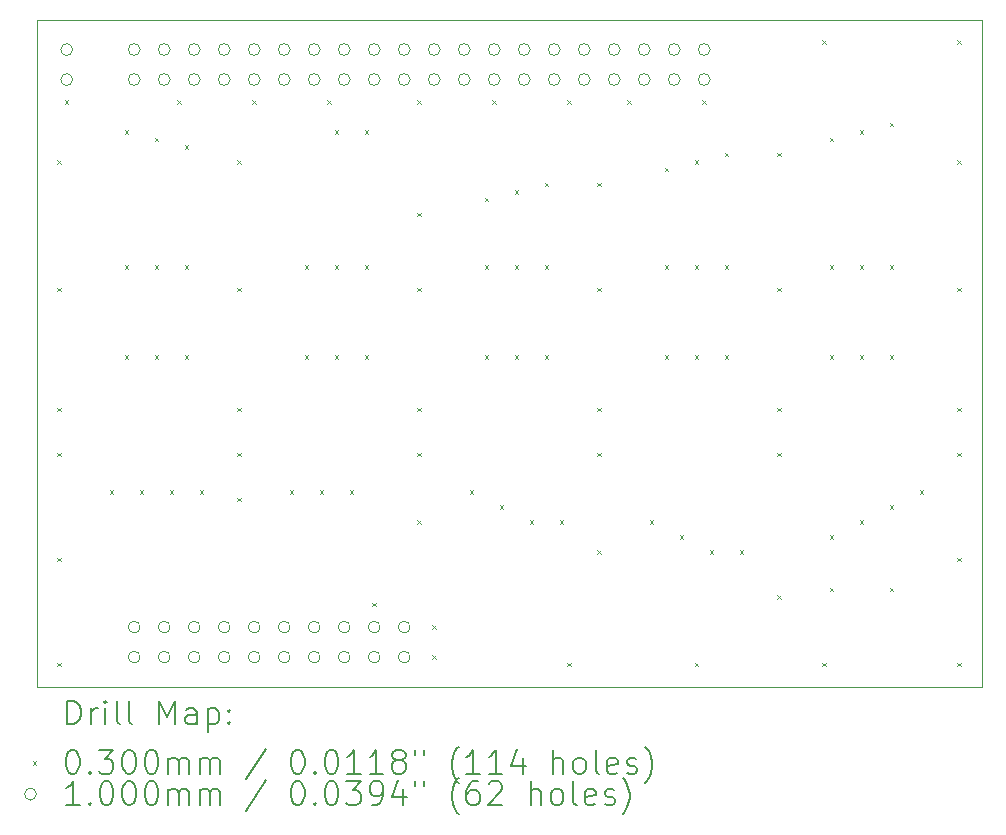
<source format=gbr>
%TF.GenerationSoftware,KiCad,Pcbnew,9.0.0*%
%TF.CreationDate,2025-03-06T11:49:14+09:00*%
%TF.ProjectId,ufb_hat,7566625f-6861-4742-9e6b-696361645f70,rev?*%
%TF.SameCoordinates,PX2fd7508PY6486dd0*%
%TF.FileFunction,Drillmap*%
%TF.FilePolarity,Positive*%
%FSLAX45Y45*%
G04 Gerber Fmt 4.5, Leading zero omitted, Abs format (unit mm)*
G04 Created by KiCad (PCBNEW 9.0.0) date 2025-03-06 11:49:14*
%MOMM*%
%LPD*%
G01*
G04 APERTURE LIST*
%ADD10C,0.050000*%
%ADD11C,0.200000*%
%ADD12C,0.100000*%
G04 APERTURE END LIST*
D10*
X0Y5650000D02*
X8000000Y5650000D01*
X8000000Y0D01*
X0Y0D01*
X0Y5650000D01*
D11*
D12*
X175500Y4460000D02*
X205500Y4430000D01*
X205500Y4460000D02*
X175500Y4430000D01*
X175500Y3380500D02*
X205500Y3350500D01*
X205500Y3380500D02*
X175500Y3350500D01*
X175500Y2364500D02*
X205500Y2334500D01*
X205500Y2364500D02*
X175500Y2334500D01*
X175500Y1983500D02*
X205500Y1953500D01*
X205500Y1983500D02*
X175500Y1953500D01*
X175500Y1094500D02*
X205500Y1064500D01*
X205500Y1094500D02*
X175500Y1064500D01*
X175500Y205500D02*
X205500Y175500D01*
X205500Y205500D02*
X175500Y175500D01*
X239000Y4968000D02*
X269000Y4938000D01*
X269000Y4968000D02*
X239000Y4938000D01*
X620000Y1666000D02*
X650000Y1636000D01*
X650000Y1666000D02*
X620000Y1636000D01*
X747000Y4714000D02*
X777000Y4684000D01*
X777000Y4714000D02*
X747000Y4684000D01*
X747000Y3571000D02*
X777000Y3541000D01*
X777000Y3571000D02*
X747000Y3541000D01*
X747000Y2809000D02*
X777000Y2779000D01*
X777000Y2809000D02*
X747000Y2779000D01*
X874000Y1666000D02*
X904000Y1636000D01*
X904000Y1666000D02*
X874000Y1636000D01*
X1001000Y4650500D02*
X1031000Y4620500D01*
X1031000Y4650500D02*
X1001000Y4620500D01*
X1001000Y3571000D02*
X1031000Y3541000D01*
X1031000Y3571000D02*
X1001000Y3541000D01*
X1001000Y2809000D02*
X1031000Y2779000D01*
X1031000Y2809000D02*
X1001000Y2779000D01*
X1128000Y1666000D02*
X1158000Y1636000D01*
X1158000Y1666000D02*
X1128000Y1636000D01*
X1191500Y4968000D02*
X1221500Y4938000D01*
X1221500Y4968000D02*
X1191500Y4938000D01*
X1255000Y4587000D02*
X1285000Y4557000D01*
X1285000Y4587000D02*
X1255000Y4557000D01*
X1255000Y3571000D02*
X1285000Y3541000D01*
X1285000Y3571000D02*
X1255000Y3541000D01*
X1255000Y2809000D02*
X1285000Y2779000D01*
X1285000Y2809000D02*
X1255000Y2779000D01*
X1382000Y1666000D02*
X1412000Y1636000D01*
X1412000Y1666000D02*
X1382000Y1636000D01*
X1699500Y4460000D02*
X1729500Y4430000D01*
X1729500Y4460000D02*
X1699500Y4430000D01*
X1699500Y3380500D02*
X1729500Y3350500D01*
X1729500Y3380500D02*
X1699500Y3350500D01*
X1699500Y2364500D02*
X1729500Y2334500D01*
X1729500Y2364500D02*
X1699500Y2334500D01*
X1699500Y1983500D02*
X1729500Y1953500D01*
X1729500Y1983500D02*
X1699500Y1953500D01*
X1699500Y1602500D02*
X1729500Y1572500D01*
X1729500Y1602500D02*
X1699500Y1572500D01*
X1826500Y4968000D02*
X1856500Y4938000D01*
X1856500Y4968000D02*
X1826500Y4938000D01*
X2144000Y1666000D02*
X2174000Y1636000D01*
X2174000Y1666000D02*
X2144000Y1636000D01*
X2271000Y3571000D02*
X2301000Y3541000D01*
X2301000Y3571000D02*
X2271000Y3541000D01*
X2271000Y2809000D02*
X2301000Y2779000D01*
X2301000Y2809000D02*
X2271000Y2779000D01*
X2398000Y1666000D02*
X2428000Y1636000D01*
X2428000Y1666000D02*
X2398000Y1636000D01*
X2461500Y4968000D02*
X2491500Y4938000D01*
X2491500Y4968000D02*
X2461500Y4938000D01*
X2525000Y4714000D02*
X2555000Y4684000D01*
X2555000Y4714000D02*
X2525000Y4684000D01*
X2525000Y3571000D02*
X2555000Y3541000D01*
X2555000Y3571000D02*
X2525000Y3541000D01*
X2525000Y2809000D02*
X2555000Y2779000D01*
X2555000Y2809000D02*
X2525000Y2779000D01*
X2652000Y1666000D02*
X2682000Y1636000D01*
X2682000Y1666000D02*
X2652000Y1636000D01*
X2779000Y4714000D02*
X2809000Y4684000D01*
X2809000Y4714000D02*
X2779000Y4684000D01*
X2779000Y3571000D02*
X2809000Y3541000D01*
X2809000Y3571000D02*
X2779000Y3541000D01*
X2779000Y2809000D02*
X2809000Y2779000D01*
X2809000Y2809000D02*
X2779000Y2779000D01*
X2842500Y713500D02*
X2872500Y683500D01*
X2872500Y713500D02*
X2842500Y683500D01*
X3223500Y4968000D02*
X3253500Y4938000D01*
X3253500Y4968000D02*
X3223500Y4938000D01*
X3223500Y4015500D02*
X3253500Y3985500D01*
X3253500Y4015500D02*
X3223500Y3985500D01*
X3223500Y3380500D02*
X3253500Y3350500D01*
X3253500Y3380500D02*
X3223500Y3350500D01*
X3223500Y2364500D02*
X3253500Y2334500D01*
X3253500Y2364500D02*
X3223500Y2334500D01*
X3223500Y1983500D02*
X3253500Y1953500D01*
X3253500Y1983500D02*
X3223500Y1953500D01*
X3223500Y1412000D02*
X3253500Y1382000D01*
X3253500Y1412000D02*
X3223500Y1382000D01*
X3350500Y523000D02*
X3380500Y493000D01*
X3380500Y523000D02*
X3350500Y493000D01*
X3350500Y269000D02*
X3380500Y239000D01*
X3380500Y269000D02*
X3350500Y239000D01*
X3668000Y1666000D02*
X3698000Y1636000D01*
X3698000Y1666000D02*
X3668000Y1636000D01*
X3795000Y4142500D02*
X3825000Y4112500D01*
X3825000Y4142500D02*
X3795000Y4112500D01*
X3795000Y3571000D02*
X3825000Y3541000D01*
X3825000Y3571000D02*
X3795000Y3541000D01*
X3795000Y2809000D02*
X3825000Y2779000D01*
X3825000Y2809000D02*
X3795000Y2779000D01*
X3858500Y4968000D02*
X3888500Y4938000D01*
X3888500Y4968000D02*
X3858500Y4938000D01*
X3922000Y1539000D02*
X3952000Y1509000D01*
X3952000Y1539000D02*
X3922000Y1509000D01*
X4049000Y4206000D02*
X4079000Y4176000D01*
X4079000Y4206000D02*
X4049000Y4176000D01*
X4049000Y3571000D02*
X4079000Y3541000D01*
X4079000Y3571000D02*
X4049000Y3541000D01*
X4049000Y2809000D02*
X4079000Y2779000D01*
X4079000Y2809000D02*
X4049000Y2779000D01*
X4176000Y1412000D02*
X4206000Y1382000D01*
X4206000Y1412000D02*
X4176000Y1382000D01*
X4303000Y4269500D02*
X4333000Y4239500D01*
X4333000Y4269500D02*
X4303000Y4239500D01*
X4303000Y3571000D02*
X4333000Y3541000D01*
X4333000Y3571000D02*
X4303000Y3541000D01*
X4303000Y2809000D02*
X4333000Y2779000D01*
X4333000Y2809000D02*
X4303000Y2779000D01*
X4430000Y1412000D02*
X4460000Y1382000D01*
X4460000Y1412000D02*
X4430000Y1382000D01*
X4493500Y4968000D02*
X4523500Y4938000D01*
X4523500Y4968000D02*
X4493500Y4938000D01*
X4493500Y205500D02*
X4523500Y175500D01*
X4523500Y205500D02*
X4493500Y175500D01*
X4747500Y4269500D02*
X4777500Y4239500D01*
X4777500Y4269500D02*
X4747500Y4239500D01*
X4747500Y3380500D02*
X4777500Y3350500D01*
X4777500Y3380500D02*
X4747500Y3350500D01*
X4747500Y2364500D02*
X4777500Y2334500D01*
X4777500Y2364500D02*
X4747500Y2334500D01*
X4747500Y1983500D02*
X4777500Y1953500D01*
X4777500Y1983500D02*
X4747500Y1953500D01*
X4747500Y1158000D02*
X4777500Y1128000D01*
X4777500Y1158000D02*
X4747500Y1128000D01*
X5001500Y4968000D02*
X5031500Y4938000D01*
X5031500Y4968000D02*
X5001500Y4938000D01*
X5192000Y1412000D02*
X5222000Y1382000D01*
X5222000Y1412000D02*
X5192000Y1382000D01*
X5319000Y4396500D02*
X5349000Y4366500D01*
X5349000Y4396500D02*
X5319000Y4366500D01*
X5319000Y3571000D02*
X5349000Y3541000D01*
X5349000Y3571000D02*
X5319000Y3541000D01*
X5319000Y2809000D02*
X5349000Y2779000D01*
X5349000Y2809000D02*
X5319000Y2779000D01*
X5446000Y1285000D02*
X5476000Y1255000D01*
X5476000Y1285000D02*
X5446000Y1255000D01*
X5573000Y4460000D02*
X5603000Y4430000D01*
X5603000Y4460000D02*
X5573000Y4430000D01*
X5573000Y3571000D02*
X5603000Y3541000D01*
X5603000Y3571000D02*
X5573000Y3541000D01*
X5573000Y2809000D02*
X5603000Y2779000D01*
X5603000Y2809000D02*
X5573000Y2779000D01*
X5573000Y205500D02*
X5603000Y175500D01*
X5603000Y205500D02*
X5573000Y175500D01*
X5636500Y4968000D02*
X5666500Y4938000D01*
X5666500Y4968000D02*
X5636500Y4938000D01*
X5700000Y1158000D02*
X5730000Y1128000D01*
X5730000Y1158000D02*
X5700000Y1128000D01*
X5827000Y4523500D02*
X5857000Y4493500D01*
X5857000Y4523500D02*
X5827000Y4493500D01*
X5827000Y3571000D02*
X5857000Y3541000D01*
X5857000Y3571000D02*
X5827000Y3541000D01*
X5827000Y2809000D02*
X5857000Y2779000D01*
X5857000Y2809000D02*
X5827000Y2779000D01*
X5954000Y1158000D02*
X5984000Y1128000D01*
X5984000Y1158000D02*
X5954000Y1128000D01*
X6271500Y4523500D02*
X6301500Y4493500D01*
X6301500Y4523500D02*
X6271500Y4493500D01*
X6271500Y3380500D02*
X6301500Y3350500D01*
X6301500Y3380500D02*
X6271500Y3350500D01*
X6271500Y2364500D02*
X6301500Y2334500D01*
X6301500Y2364500D02*
X6271500Y2334500D01*
X6271500Y1983500D02*
X6301500Y1953500D01*
X6301500Y1983500D02*
X6271500Y1953500D01*
X6271500Y777000D02*
X6301500Y747000D01*
X6301500Y777000D02*
X6271500Y747000D01*
X6652500Y5476000D02*
X6682500Y5446000D01*
X6682500Y5476000D02*
X6652500Y5446000D01*
X6652500Y205500D02*
X6682500Y175500D01*
X6682500Y205500D02*
X6652500Y175500D01*
X6716000Y4650500D02*
X6746000Y4620500D01*
X6746000Y4650500D02*
X6716000Y4620500D01*
X6716000Y3571000D02*
X6746000Y3541000D01*
X6746000Y3571000D02*
X6716000Y3541000D01*
X6716000Y2809000D02*
X6746000Y2779000D01*
X6746000Y2809000D02*
X6716000Y2779000D01*
X6716000Y1285000D02*
X6746000Y1255000D01*
X6746000Y1285000D02*
X6716000Y1255000D01*
X6716000Y840500D02*
X6746000Y810500D01*
X6746000Y840500D02*
X6716000Y810500D01*
X6970000Y4714000D02*
X7000000Y4684000D01*
X7000000Y4714000D02*
X6970000Y4684000D01*
X6970000Y3571000D02*
X7000000Y3541000D01*
X7000000Y3571000D02*
X6970000Y3541000D01*
X6970000Y2809000D02*
X7000000Y2779000D01*
X7000000Y2809000D02*
X6970000Y2779000D01*
X6970000Y1412000D02*
X7000000Y1382000D01*
X7000000Y1412000D02*
X6970000Y1382000D01*
X7224000Y4777500D02*
X7254000Y4747500D01*
X7254000Y4777500D02*
X7224000Y4747500D01*
X7224000Y3571000D02*
X7254000Y3541000D01*
X7254000Y3571000D02*
X7224000Y3541000D01*
X7224000Y2809000D02*
X7254000Y2779000D01*
X7254000Y2809000D02*
X7224000Y2779000D01*
X7224000Y1539000D02*
X7254000Y1509000D01*
X7254000Y1539000D02*
X7224000Y1509000D01*
X7224000Y840500D02*
X7254000Y810500D01*
X7254000Y840500D02*
X7224000Y810500D01*
X7478000Y1666000D02*
X7508000Y1636000D01*
X7508000Y1666000D02*
X7478000Y1636000D01*
X7795500Y5476000D02*
X7825500Y5446000D01*
X7825500Y5476000D02*
X7795500Y5446000D01*
X7795500Y4460000D02*
X7825500Y4430000D01*
X7825500Y4460000D02*
X7795500Y4430000D01*
X7795500Y3380500D02*
X7825500Y3350500D01*
X7825500Y3380500D02*
X7795500Y3350500D01*
X7795500Y2364500D02*
X7825500Y2334500D01*
X7825500Y2364500D02*
X7795500Y2334500D01*
X7795500Y1983500D02*
X7825500Y1953500D01*
X7825500Y1983500D02*
X7795500Y1953500D01*
X7795500Y1094500D02*
X7825500Y1064500D01*
X7825500Y1094500D02*
X7795500Y1064500D01*
X7795500Y205500D02*
X7825500Y175500D01*
X7825500Y205500D02*
X7795500Y175500D01*
X304000Y5397500D02*
G75*
G02*
X204000Y5397500I-50000J0D01*
G01*
X204000Y5397500D02*
G75*
G02*
X304000Y5397500I50000J0D01*
G01*
X304000Y5143500D02*
G75*
G02*
X204000Y5143500I-50000J0D01*
G01*
X204000Y5143500D02*
G75*
G02*
X304000Y5143500I50000J0D01*
G01*
X875500Y5397500D02*
G75*
G02*
X775500Y5397500I-50000J0D01*
G01*
X775500Y5397500D02*
G75*
G02*
X875500Y5397500I50000J0D01*
G01*
X875500Y5143500D02*
G75*
G02*
X775500Y5143500I-50000J0D01*
G01*
X775500Y5143500D02*
G75*
G02*
X875500Y5143500I50000J0D01*
G01*
X875500Y508000D02*
G75*
G02*
X775500Y508000I-50000J0D01*
G01*
X775500Y508000D02*
G75*
G02*
X875500Y508000I50000J0D01*
G01*
X875500Y254000D02*
G75*
G02*
X775500Y254000I-50000J0D01*
G01*
X775500Y254000D02*
G75*
G02*
X875500Y254000I50000J0D01*
G01*
X1129500Y5397500D02*
G75*
G02*
X1029500Y5397500I-50000J0D01*
G01*
X1029500Y5397500D02*
G75*
G02*
X1129500Y5397500I50000J0D01*
G01*
X1129500Y5143500D02*
G75*
G02*
X1029500Y5143500I-50000J0D01*
G01*
X1029500Y5143500D02*
G75*
G02*
X1129500Y5143500I50000J0D01*
G01*
X1129500Y508000D02*
G75*
G02*
X1029500Y508000I-50000J0D01*
G01*
X1029500Y508000D02*
G75*
G02*
X1129500Y508000I50000J0D01*
G01*
X1129500Y254000D02*
G75*
G02*
X1029500Y254000I-50000J0D01*
G01*
X1029500Y254000D02*
G75*
G02*
X1129500Y254000I50000J0D01*
G01*
X1383500Y5397500D02*
G75*
G02*
X1283500Y5397500I-50000J0D01*
G01*
X1283500Y5397500D02*
G75*
G02*
X1383500Y5397500I50000J0D01*
G01*
X1383500Y5143500D02*
G75*
G02*
X1283500Y5143500I-50000J0D01*
G01*
X1283500Y5143500D02*
G75*
G02*
X1383500Y5143500I50000J0D01*
G01*
X1383500Y508000D02*
G75*
G02*
X1283500Y508000I-50000J0D01*
G01*
X1283500Y508000D02*
G75*
G02*
X1383500Y508000I50000J0D01*
G01*
X1383500Y254000D02*
G75*
G02*
X1283500Y254000I-50000J0D01*
G01*
X1283500Y254000D02*
G75*
G02*
X1383500Y254000I50000J0D01*
G01*
X1637500Y5397500D02*
G75*
G02*
X1537500Y5397500I-50000J0D01*
G01*
X1537500Y5397500D02*
G75*
G02*
X1637500Y5397500I50000J0D01*
G01*
X1637500Y5143500D02*
G75*
G02*
X1537500Y5143500I-50000J0D01*
G01*
X1537500Y5143500D02*
G75*
G02*
X1637500Y5143500I50000J0D01*
G01*
X1637500Y508000D02*
G75*
G02*
X1537500Y508000I-50000J0D01*
G01*
X1537500Y508000D02*
G75*
G02*
X1637500Y508000I50000J0D01*
G01*
X1637500Y254000D02*
G75*
G02*
X1537500Y254000I-50000J0D01*
G01*
X1537500Y254000D02*
G75*
G02*
X1637500Y254000I50000J0D01*
G01*
X1891500Y5397500D02*
G75*
G02*
X1791500Y5397500I-50000J0D01*
G01*
X1791500Y5397500D02*
G75*
G02*
X1891500Y5397500I50000J0D01*
G01*
X1891500Y5143500D02*
G75*
G02*
X1791500Y5143500I-50000J0D01*
G01*
X1791500Y5143500D02*
G75*
G02*
X1891500Y5143500I50000J0D01*
G01*
X1891500Y508000D02*
G75*
G02*
X1791500Y508000I-50000J0D01*
G01*
X1791500Y508000D02*
G75*
G02*
X1891500Y508000I50000J0D01*
G01*
X1891500Y254000D02*
G75*
G02*
X1791500Y254000I-50000J0D01*
G01*
X1791500Y254000D02*
G75*
G02*
X1891500Y254000I50000J0D01*
G01*
X2145500Y5397500D02*
G75*
G02*
X2045500Y5397500I-50000J0D01*
G01*
X2045500Y5397500D02*
G75*
G02*
X2145500Y5397500I50000J0D01*
G01*
X2145500Y5143500D02*
G75*
G02*
X2045500Y5143500I-50000J0D01*
G01*
X2045500Y5143500D02*
G75*
G02*
X2145500Y5143500I50000J0D01*
G01*
X2145500Y508000D02*
G75*
G02*
X2045500Y508000I-50000J0D01*
G01*
X2045500Y508000D02*
G75*
G02*
X2145500Y508000I50000J0D01*
G01*
X2145500Y254000D02*
G75*
G02*
X2045500Y254000I-50000J0D01*
G01*
X2045500Y254000D02*
G75*
G02*
X2145500Y254000I50000J0D01*
G01*
X2399500Y5397500D02*
G75*
G02*
X2299500Y5397500I-50000J0D01*
G01*
X2299500Y5397500D02*
G75*
G02*
X2399500Y5397500I50000J0D01*
G01*
X2399500Y5143500D02*
G75*
G02*
X2299500Y5143500I-50000J0D01*
G01*
X2299500Y5143500D02*
G75*
G02*
X2399500Y5143500I50000J0D01*
G01*
X2399500Y508000D02*
G75*
G02*
X2299500Y508000I-50000J0D01*
G01*
X2299500Y508000D02*
G75*
G02*
X2399500Y508000I50000J0D01*
G01*
X2399500Y254000D02*
G75*
G02*
X2299500Y254000I-50000J0D01*
G01*
X2299500Y254000D02*
G75*
G02*
X2399500Y254000I50000J0D01*
G01*
X2653500Y5397500D02*
G75*
G02*
X2553500Y5397500I-50000J0D01*
G01*
X2553500Y5397500D02*
G75*
G02*
X2653500Y5397500I50000J0D01*
G01*
X2653500Y5143500D02*
G75*
G02*
X2553500Y5143500I-50000J0D01*
G01*
X2553500Y5143500D02*
G75*
G02*
X2653500Y5143500I50000J0D01*
G01*
X2653500Y508000D02*
G75*
G02*
X2553500Y508000I-50000J0D01*
G01*
X2553500Y508000D02*
G75*
G02*
X2653500Y508000I50000J0D01*
G01*
X2653500Y254000D02*
G75*
G02*
X2553500Y254000I-50000J0D01*
G01*
X2553500Y254000D02*
G75*
G02*
X2653500Y254000I50000J0D01*
G01*
X2907500Y5397500D02*
G75*
G02*
X2807500Y5397500I-50000J0D01*
G01*
X2807500Y5397500D02*
G75*
G02*
X2907500Y5397500I50000J0D01*
G01*
X2907500Y5143500D02*
G75*
G02*
X2807500Y5143500I-50000J0D01*
G01*
X2807500Y5143500D02*
G75*
G02*
X2907500Y5143500I50000J0D01*
G01*
X2907500Y508000D02*
G75*
G02*
X2807500Y508000I-50000J0D01*
G01*
X2807500Y508000D02*
G75*
G02*
X2907500Y508000I50000J0D01*
G01*
X2907500Y254000D02*
G75*
G02*
X2807500Y254000I-50000J0D01*
G01*
X2807500Y254000D02*
G75*
G02*
X2907500Y254000I50000J0D01*
G01*
X3161500Y5397500D02*
G75*
G02*
X3061500Y5397500I-50000J0D01*
G01*
X3061500Y5397500D02*
G75*
G02*
X3161500Y5397500I50000J0D01*
G01*
X3161500Y5143500D02*
G75*
G02*
X3061500Y5143500I-50000J0D01*
G01*
X3061500Y5143500D02*
G75*
G02*
X3161500Y5143500I50000J0D01*
G01*
X3161500Y508000D02*
G75*
G02*
X3061500Y508000I-50000J0D01*
G01*
X3061500Y508000D02*
G75*
G02*
X3161500Y508000I50000J0D01*
G01*
X3161500Y254000D02*
G75*
G02*
X3061500Y254000I-50000J0D01*
G01*
X3061500Y254000D02*
G75*
G02*
X3161500Y254000I50000J0D01*
G01*
X3415500Y5397500D02*
G75*
G02*
X3315500Y5397500I-50000J0D01*
G01*
X3315500Y5397500D02*
G75*
G02*
X3415500Y5397500I50000J0D01*
G01*
X3415500Y5143500D02*
G75*
G02*
X3315500Y5143500I-50000J0D01*
G01*
X3315500Y5143500D02*
G75*
G02*
X3415500Y5143500I50000J0D01*
G01*
X3669500Y5397500D02*
G75*
G02*
X3569500Y5397500I-50000J0D01*
G01*
X3569500Y5397500D02*
G75*
G02*
X3669500Y5397500I50000J0D01*
G01*
X3669500Y5143500D02*
G75*
G02*
X3569500Y5143500I-50000J0D01*
G01*
X3569500Y5143500D02*
G75*
G02*
X3669500Y5143500I50000J0D01*
G01*
X3923500Y5397500D02*
G75*
G02*
X3823500Y5397500I-50000J0D01*
G01*
X3823500Y5397500D02*
G75*
G02*
X3923500Y5397500I50000J0D01*
G01*
X3923500Y5143500D02*
G75*
G02*
X3823500Y5143500I-50000J0D01*
G01*
X3823500Y5143500D02*
G75*
G02*
X3923500Y5143500I50000J0D01*
G01*
X4177500Y5397500D02*
G75*
G02*
X4077500Y5397500I-50000J0D01*
G01*
X4077500Y5397500D02*
G75*
G02*
X4177500Y5397500I50000J0D01*
G01*
X4177500Y5143500D02*
G75*
G02*
X4077500Y5143500I-50000J0D01*
G01*
X4077500Y5143500D02*
G75*
G02*
X4177500Y5143500I50000J0D01*
G01*
X4431500Y5397500D02*
G75*
G02*
X4331500Y5397500I-50000J0D01*
G01*
X4331500Y5397500D02*
G75*
G02*
X4431500Y5397500I50000J0D01*
G01*
X4431500Y5143500D02*
G75*
G02*
X4331500Y5143500I-50000J0D01*
G01*
X4331500Y5143500D02*
G75*
G02*
X4431500Y5143500I50000J0D01*
G01*
X4685500Y5397500D02*
G75*
G02*
X4585500Y5397500I-50000J0D01*
G01*
X4585500Y5397500D02*
G75*
G02*
X4685500Y5397500I50000J0D01*
G01*
X4685500Y5143500D02*
G75*
G02*
X4585500Y5143500I-50000J0D01*
G01*
X4585500Y5143500D02*
G75*
G02*
X4685500Y5143500I50000J0D01*
G01*
X4939500Y5397500D02*
G75*
G02*
X4839500Y5397500I-50000J0D01*
G01*
X4839500Y5397500D02*
G75*
G02*
X4939500Y5397500I50000J0D01*
G01*
X4939500Y5143500D02*
G75*
G02*
X4839500Y5143500I-50000J0D01*
G01*
X4839500Y5143500D02*
G75*
G02*
X4939500Y5143500I50000J0D01*
G01*
X5193500Y5397500D02*
G75*
G02*
X5093500Y5397500I-50000J0D01*
G01*
X5093500Y5397500D02*
G75*
G02*
X5193500Y5397500I50000J0D01*
G01*
X5193500Y5143500D02*
G75*
G02*
X5093500Y5143500I-50000J0D01*
G01*
X5093500Y5143500D02*
G75*
G02*
X5193500Y5143500I50000J0D01*
G01*
X5447500Y5397500D02*
G75*
G02*
X5347500Y5397500I-50000J0D01*
G01*
X5347500Y5397500D02*
G75*
G02*
X5447500Y5397500I50000J0D01*
G01*
X5447500Y5143500D02*
G75*
G02*
X5347500Y5143500I-50000J0D01*
G01*
X5347500Y5143500D02*
G75*
G02*
X5447500Y5143500I50000J0D01*
G01*
X5701500Y5397500D02*
G75*
G02*
X5601500Y5397500I-50000J0D01*
G01*
X5601500Y5397500D02*
G75*
G02*
X5701500Y5397500I50000J0D01*
G01*
X5701500Y5143500D02*
G75*
G02*
X5601500Y5143500I-50000J0D01*
G01*
X5601500Y5143500D02*
G75*
G02*
X5701500Y5143500I50000J0D01*
G01*
D11*
X258277Y-313984D02*
X258277Y-113984D01*
X258277Y-113984D02*
X305896Y-113984D01*
X305896Y-113984D02*
X334467Y-123508D01*
X334467Y-123508D02*
X353515Y-142555D01*
X353515Y-142555D02*
X363039Y-161603D01*
X363039Y-161603D02*
X372562Y-199698D01*
X372562Y-199698D02*
X372562Y-228269D01*
X372562Y-228269D02*
X363039Y-266365D01*
X363039Y-266365D02*
X353515Y-285412D01*
X353515Y-285412D02*
X334467Y-304460D01*
X334467Y-304460D02*
X305896Y-313984D01*
X305896Y-313984D02*
X258277Y-313984D01*
X458277Y-313984D02*
X458277Y-180650D01*
X458277Y-218746D02*
X467801Y-199698D01*
X467801Y-199698D02*
X477324Y-190174D01*
X477324Y-190174D02*
X496372Y-180650D01*
X496372Y-180650D02*
X515420Y-180650D01*
X582086Y-313984D02*
X582086Y-180650D01*
X582086Y-113984D02*
X572563Y-123508D01*
X572563Y-123508D02*
X582086Y-133031D01*
X582086Y-133031D02*
X591610Y-123508D01*
X591610Y-123508D02*
X582086Y-113984D01*
X582086Y-113984D02*
X582086Y-133031D01*
X705896Y-313984D02*
X686848Y-304460D01*
X686848Y-304460D02*
X677324Y-285412D01*
X677324Y-285412D02*
X677324Y-113984D01*
X810658Y-313984D02*
X791610Y-304460D01*
X791610Y-304460D02*
X782086Y-285412D01*
X782086Y-285412D02*
X782086Y-113984D01*
X1039229Y-313984D02*
X1039229Y-113984D01*
X1039229Y-113984D02*
X1105896Y-256841D01*
X1105896Y-256841D02*
X1172563Y-113984D01*
X1172563Y-113984D02*
X1172563Y-313984D01*
X1353515Y-313984D02*
X1353515Y-209222D01*
X1353515Y-209222D02*
X1343991Y-190174D01*
X1343991Y-190174D02*
X1324944Y-180650D01*
X1324944Y-180650D02*
X1286848Y-180650D01*
X1286848Y-180650D02*
X1267801Y-190174D01*
X1353515Y-304460D02*
X1334467Y-313984D01*
X1334467Y-313984D02*
X1286848Y-313984D01*
X1286848Y-313984D02*
X1267801Y-304460D01*
X1267801Y-304460D02*
X1258277Y-285412D01*
X1258277Y-285412D02*
X1258277Y-266365D01*
X1258277Y-266365D02*
X1267801Y-247317D01*
X1267801Y-247317D02*
X1286848Y-237793D01*
X1286848Y-237793D02*
X1334467Y-237793D01*
X1334467Y-237793D02*
X1353515Y-228269D01*
X1448753Y-180650D02*
X1448753Y-380650D01*
X1448753Y-190174D02*
X1467801Y-180650D01*
X1467801Y-180650D02*
X1505896Y-180650D01*
X1505896Y-180650D02*
X1524943Y-190174D01*
X1524943Y-190174D02*
X1534467Y-199698D01*
X1534467Y-199698D02*
X1543991Y-218746D01*
X1543991Y-218746D02*
X1543991Y-275889D01*
X1543991Y-275889D02*
X1534467Y-294936D01*
X1534467Y-294936D02*
X1524943Y-304460D01*
X1524943Y-304460D02*
X1505896Y-313984D01*
X1505896Y-313984D02*
X1467801Y-313984D01*
X1467801Y-313984D02*
X1448753Y-304460D01*
X1629705Y-294936D02*
X1639229Y-304460D01*
X1639229Y-304460D02*
X1629705Y-313984D01*
X1629705Y-313984D02*
X1620182Y-304460D01*
X1620182Y-304460D02*
X1629705Y-294936D01*
X1629705Y-294936D02*
X1629705Y-313984D01*
X1629705Y-190174D02*
X1639229Y-199698D01*
X1639229Y-199698D02*
X1629705Y-209222D01*
X1629705Y-209222D02*
X1620182Y-199698D01*
X1620182Y-199698D02*
X1629705Y-190174D01*
X1629705Y-190174D02*
X1629705Y-209222D01*
D12*
X-32500Y-627500D02*
X-2500Y-657500D01*
X-2500Y-627500D02*
X-32500Y-657500D01*
D11*
X296372Y-533984D02*
X315420Y-533984D01*
X315420Y-533984D02*
X334467Y-543508D01*
X334467Y-543508D02*
X343991Y-553031D01*
X343991Y-553031D02*
X353515Y-572079D01*
X353515Y-572079D02*
X363039Y-610174D01*
X363039Y-610174D02*
X363039Y-657793D01*
X363039Y-657793D02*
X353515Y-695889D01*
X353515Y-695889D02*
X343991Y-714936D01*
X343991Y-714936D02*
X334467Y-724460D01*
X334467Y-724460D02*
X315420Y-733984D01*
X315420Y-733984D02*
X296372Y-733984D01*
X296372Y-733984D02*
X277324Y-724460D01*
X277324Y-724460D02*
X267801Y-714936D01*
X267801Y-714936D02*
X258277Y-695889D01*
X258277Y-695889D02*
X248753Y-657793D01*
X248753Y-657793D02*
X248753Y-610174D01*
X248753Y-610174D02*
X258277Y-572079D01*
X258277Y-572079D02*
X267801Y-553031D01*
X267801Y-553031D02*
X277324Y-543508D01*
X277324Y-543508D02*
X296372Y-533984D01*
X448753Y-714936D02*
X458277Y-724460D01*
X458277Y-724460D02*
X448753Y-733984D01*
X448753Y-733984D02*
X439229Y-724460D01*
X439229Y-724460D02*
X448753Y-714936D01*
X448753Y-714936D02*
X448753Y-733984D01*
X524944Y-533984D02*
X648753Y-533984D01*
X648753Y-533984D02*
X582086Y-610174D01*
X582086Y-610174D02*
X610658Y-610174D01*
X610658Y-610174D02*
X629705Y-619698D01*
X629705Y-619698D02*
X639229Y-629222D01*
X639229Y-629222D02*
X648753Y-648270D01*
X648753Y-648270D02*
X648753Y-695889D01*
X648753Y-695889D02*
X639229Y-714936D01*
X639229Y-714936D02*
X629705Y-724460D01*
X629705Y-724460D02*
X610658Y-733984D01*
X610658Y-733984D02*
X553515Y-733984D01*
X553515Y-733984D02*
X534467Y-724460D01*
X534467Y-724460D02*
X524944Y-714936D01*
X772562Y-533984D02*
X791610Y-533984D01*
X791610Y-533984D02*
X810658Y-543508D01*
X810658Y-543508D02*
X820182Y-553031D01*
X820182Y-553031D02*
X829705Y-572079D01*
X829705Y-572079D02*
X839229Y-610174D01*
X839229Y-610174D02*
X839229Y-657793D01*
X839229Y-657793D02*
X829705Y-695889D01*
X829705Y-695889D02*
X820182Y-714936D01*
X820182Y-714936D02*
X810658Y-724460D01*
X810658Y-724460D02*
X791610Y-733984D01*
X791610Y-733984D02*
X772562Y-733984D01*
X772562Y-733984D02*
X753515Y-724460D01*
X753515Y-724460D02*
X743991Y-714936D01*
X743991Y-714936D02*
X734467Y-695889D01*
X734467Y-695889D02*
X724943Y-657793D01*
X724943Y-657793D02*
X724943Y-610174D01*
X724943Y-610174D02*
X734467Y-572079D01*
X734467Y-572079D02*
X743991Y-553031D01*
X743991Y-553031D02*
X753515Y-543508D01*
X753515Y-543508D02*
X772562Y-533984D01*
X963039Y-533984D02*
X982086Y-533984D01*
X982086Y-533984D02*
X1001134Y-543508D01*
X1001134Y-543508D02*
X1010658Y-553031D01*
X1010658Y-553031D02*
X1020182Y-572079D01*
X1020182Y-572079D02*
X1029705Y-610174D01*
X1029705Y-610174D02*
X1029705Y-657793D01*
X1029705Y-657793D02*
X1020182Y-695889D01*
X1020182Y-695889D02*
X1010658Y-714936D01*
X1010658Y-714936D02*
X1001134Y-724460D01*
X1001134Y-724460D02*
X982086Y-733984D01*
X982086Y-733984D02*
X963039Y-733984D01*
X963039Y-733984D02*
X943991Y-724460D01*
X943991Y-724460D02*
X934467Y-714936D01*
X934467Y-714936D02*
X924943Y-695889D01*
X924943Y-695889D02*
X915420Y-657793D01*
X915420Y-657793D02*
X915420Y-610174D01*
X915420Y-610174D02*
X924943Y-572079D01*
X924943Y-572079D02*
X934467Y-553031D01*
X934467Y-553031D02*
X943991Y-543508D01*
X943991Y-543508D02*
X963039Y-533984D01*
X1115420Y-733984D02*
X1115420Y-600650D01*
X1115420Y-619698D02*
X1124944Y-610174D01*
X1124944Y-610174D02*
X1143991Y-600650D01*
X1143991Y-600650D02*
X1172563Y-600650D01*
X1172563Y-600650D02*
X1191610Y-610174D01*
X1191610Y-610174D02*
X1201134Y-629222D01*
X1201134Y-629222D02*
X1201134Y-733984D01*
X1201134Y-629222D02*
X1210658Y-610174D01*
X1210658Y-610174D02*
X1229705Y-600650D01*
X1229705Y-600650D02*
X1258277Y-600650D01*
X1258277Y-600650D02*
X1277325Y-610174D01*
X1277325Y-610174D02*
X1286848Y-629222D01*
X1286848Y-629222D02*
X1286848Y-733984D01*
X1382086Y-733984D02*
X1382086Y-600650D01*
X1382086Y-619698D02*
X1391610Y-610174D01*
X1391610Y-610174D02*
X1410658Y-600650D01*
X1410658Y-600650D02*
X1439229Y-600650D01*
X1439229Y-600650D02*
X1458277Y-610174D01*
X1458277Y-610174D02*
X1467801Y-629222D01*
X1467801Y-629222D02*
X1467801Y-733984D01*
X1467801Y-629222D02*
X1477324Y-610174D01*
X1477324Y-610174D02*
X1496372Y-600650D01*
X1496372Y-600650D02*
X1524943Y-600650D01*
X1524943Y-600650D02*
X1543991Y-610174D01*
X1543991Y-610174D02*
X1553515Y-629222D01*
X1553515Y-629222D02*
X1553515Y-733984D01*
X1943991Y-524460D02*
X1772563Y-781603D01*
X2201134Y-533984D02*
X2220182Y-533984D01*
X2220182Y-533984D02*
X2239229Y-543508D01*
X2239229Y-543508D02*
X2248753Y-553031D01*
X2248753Y-553031D02*
X2258277Y-572079D01*
X2258277Y-572079D02*
X2267801Y-610174D01*
X2267801Y-610174D02*
X2267801Y-657793D01*
X2267801Y-657793D02*
X2258277Y-695889D01*
X2258277Y-695889D02*
X2248753Y-714936D01*
X2248753Y-714936D02*
X2239229Y-724460D01*
X2239229Y-724460D02*
X2220182Y-733984D01*
X2220182Y-733984D02*
X2201134Y-733984D01*
X2201134Y-733984D02*
X2182087Y-724460D01*
X2182087Y-724460D02*
X2172563Y-714936D01*
X2172563Y-714936D02*
X2163039Y-695889D01*
X2163039Y-695889D02*
X2153515Y-657793D01*
X2153515Y-657793D02*
X2153515Y-610174D01*
X2153515Y-610174D02*
X2163039Y-572079D01*
X2163039Y-572079D02*
X2172563Y-553031D01*
X2172563Y-553031D02*
X2182087Y-543508D01*
X2182087Y-543508D02*
X2201134Y-533984D01*
X2353515Y-714936D02*
X2363039Y-724460D01*
X2363039Y-724460D02*
X2353515Y-733984D01*
X2353515Y-733984D02*
X2343991Y-724460D01*
X2343991Y-724460D02*
X2353515Y-714936D01*
X2353515Y-714936D02*
X2353515Y-733984D01*
X2486848Y-533984D02*
X2505896Y-533984D01*
X2505896Y-533984D02*
X2524944Y-543508D01*
X2524944Y-543508D02*
X2534468Y-553031D01*
X2534468Y-553031D02*
X2543991Y-572079D01*
X2543991Y-572079D02*
X2553515Y-610174D01*
X2553515Y-610174D02*
X2553515Y-657793D01*
X2553515Y-657793D02*
X2543991Y-695889D01*
X2543991Y-695889D02*
X2534468Y-714936D01*
X2534468Y-714936D02*
X2524944Y-724460D01*
X2524944Y-724460D02*
X2505896Y-733984D01*
X2505896Y-733984D02*
X2486848Y-733984D01*
X2486848Y-733984D02*
X2467801Y-724460D01*
X2467801Y-724460D02*
X2458277Y-714936D01*
X2458277Y-714936D02*
X2448753Y-695889D01*
X2448753Y-695889D02*
X2439229Y-657793D01*
X2439229Y-657793D02*
X2439229Y-610174D01*
X2439229Y-610174D02*
X2448753Y-572079D01*
X2448753Y-572079D02*
X2458277Y-553031D01*
X2458277Y-553031D02*
X2467801Y-543508D01*
X2467801Y-543508D02*
X2486848Y-533984D01*
X2743991Y-733984D02*
X2629706Y-733984D01*
X2686848Y-733984D02*
X2686848Y-533984D01*
X2686848Y-533984D02*
X2667801Y-562555D01*
X2667801Y-562555D02*
X2648753Y-581603D01*
X2648753Y-581603D02*
X2629706Y-591127D01*
X2934467Y-733984D02*
X2820182Y-733984D01*
X2877325Y-733984D02*
X2877325Y-533984D01*
X2877325Y-533984D02*
X2858277Y-562555D01*
X2858277Y-562555D02*
X2839229Y-581603D01*
X2839229Y-581603D02*
X2820182Y-591127D01*
X3048753Y-619698D02*
X3029706Y-610174D01*
X3029706Y-610174D02*
X3020182Y-600650D01*
X3020182Y-600650D02*
X3010658Y-581603D01*
X3010658Y-581603D02*
X3010658Y-572079D01*
X3010658Y-572079D02*
X3020182Y-553031D01*
X3020182Y-553031D02*
X3029706Y-543508D01*
X3029706Y-543508D02*
X3048753Y-533984D01*
X3048753Y-533984D02*
X3086848Y-533984D01*
X3086848Y-533984D02*
X3105896Y-543508D01*
X3105896Y-543508D02*
X3115420Y-553031D01*
X3115420Y-553031D02*
X3124944Y-572079D01*
X3124944Y-572079D02*
X3124944Y-581603D01*
X3124944Y-581603D02*
X3115420Y-600650D01*
X3115420Y-600650D02*
X3105896Y-610174D01*
X3105896Y-610174D02*
X3086848Y-619698D01*
X3086848Y-619698D02*
X3048753Y-619698D01*
X3048753Y-619698D02*
X3029706Y-629222D01*
X3029706Y-629222D02*
X3020182Y-638746D01*
X3020182Y-638746D02*
X3010658Y-657793D01*
X3010658Y-657793D02*
X3010658Y-695889D01*
X3010658Y-695889D02*
X3020182Y-714936D01*
X3020182Y-714936D02*
X3029706Y-724460D01*
X3029706Y-724460D02*
X3048753Y-733984D01*
X3048753Y-733984D02*
X3086848Y-733984D01*
X3086848Y-733984D02*
X3105896Y-724460D01*
X3105896Y-724460D02*
X3115420Y-714936D01*
X3115420Y-714936D02*
X3124944Y-695889D01*
X3124944Y-695889D02*
X3124944Y-657793D01*
X3124944Y-657793D02*
X3115420Y-638746D01*
X3115420Y-638746D02*
X3105896Y-629222D01*
X3105896Y-629222D02*
X3086848Y-619698D01*
X3201134Y-533984D02*
X3201134Y-572079D01*
X3277325Y-533984D02*
X3277325Y-572079D01*
X3572563Y-810174D02*
X3563039Y-800650D01*
X3563039Y-800650D02*
X3543991Y-772079D01*
X3543991Y-772079D02*
X3534468Y-753031D01*
X3534468Y-753031D02*
X3524944Y-724460D01*
X3524944Y-724460D02*
X3515420Y-676841D01*
X3515420Y-676841D02*
X3515420Y-638746D01*
X3515420Y-638746D02*
X3524944Y-591127D01*
X3524944Y-591127D02*
X3534468Y-562555D01*
X3534468Y-562555D02*
X3543991Y-543508D01*
X3543991Y-543508D02*
X3563039Y-514936D01*
X3563039Y-514936D02*
X3572563Y-505412D01*
X3753515Y-733984D02*
X3639229Y-733984D01*
X3696372Y-733984D02*
X3696372Y-533984D01*
X3696372Y-533984D02*
X3677325Y-562555D01*
X3677325Y-562555D02*
X3658277Y-581603D01*
X3658277Y-581603D02*
X3639229Y-591127D01*
X3943991Y-733984D02*
X3829706Y-733984D01*
X3886848Y-733984D02*
X3886848Y-533984D01*
X3886848Y-533984D02*
X3867801Y-562555D01*
X3867801Y-562555D02*
X3848753Y-581603D01*
X3848753Y-581603D02*
X3829706Y-591127D01*
X4115420Y-600650D02*
X4115420Y-733984D01*
X4067801Y-524460D02*
X4020182Y-667317D01*
X4020182Y-667317D02*
X4143991Y-667317D01*
X4372563Y-733984D02*
X4372563Y-533984D01*
X4458277Y-733984D02*
X4458277Y-629222D01*
X4458277Y-629222D02*
X4448753Y-610174D01*
X4448753Y-610174D02*
X4429706Y-600650D01*
X4429706Y-600650D02*
X4401134Y-600650D01*
X4401134Y-600650D02*
X4382087Y-610174D01*
X4382087Y-610174D02*
X4372563Y-619698D01*
X4582087Y-733984D02*
X4563039Y-724460D01*
X4563039Y-724460D02*
X4553515Y-714936D01*
X4553515Y-714936D02*
X4543992Y-695889D01*
X4543992Y-695889D02*
X4543992Y-638746D01*
X4543992Y-638746D02*
X4553515Y-619698D01*
X4553515Y-619698D02*
X4563039Y-610174D01*
X4563039Y-610174D02*
X4582087Y-600650D01*
X4582087Y-600650D02*
X4610658Y-600650D01*
X4610658Y-600650D02*
X4629706Y-610174D01*
X4629706Y-610174D02*
X4639230Y-619698D01*
X4639230Y-619698D02*
X4648753Y-638746D01*
X4648753Y-638746D02*
X4648753Y-695889D01*
X4648753Y-695889D02*
X4639230Y-714936D01*
X4639230Y-714936D02*
X4629706Y-724460D01*
X4629706Y-724460D02*
X4610658Y-733984D01*
X4610658Y-733984D02*
X4582087Y-733984D01*
X4763039Y-733984D02*
X4743992Y-724460D01*
X4743992Y-724460D02*
X4734468Y-705412D01*
X4734468Y-705412D02*
X4734468Y-533984D01*
X4915420Y-724460D02*
X4896373Y-733984D01*
X4896373Y-733984D02*
X4858277Y-733984D01*
X4858277Y-733984D02*
X4839230Y-724460D01*
X4839230Y-724460D02*
X4829706Y-705412D01*
X4829706Y-705412D02*
X4829706Y-629222D01*
X4829706Y-629222D02*
X4839230Y-610174D01*
X4839230Y-610174D02*
X4858277Y-600650D01*
X4858277Y-600650D02*
X4896373Y-600650D01*
X4896373Y-600650D02*
X4915420Y-610174D01*
X4915420Y-610174D02*
X4924944Y-629222D01*
X4924944Y-629222D02*
X4924944Y-648270D01*
X4924944Y-648270D02*
X4829706Y-667317D01*
X5001134Y-724460D02*
X5020182Y-733984D01*
X5020182Y-733984D02*
X5058277Y-733984D01*
X5058277Y-733984D02*
X5077325Y-724460D01*
X5077325Y-724460D02*
X5086849Y-705412D01*
X5086849Y-705412D02*
X5086849Y-695889D01*
X5086849Y-695889D02*
X5077325Y-676841D01*
X5077325Y-676841D02*
X5058277Y-667317D01*
X5058277Y-667317D02*
X5029706Y-667317D01*
X5029706Y-667317D02*
X5010658Y-657793D01*
X5010658Y-657793D02*
X5001134Y-638746D01*
X5001134Y-638746D02*
X5001134Y-629222D01*
X5001134Y-629222D02*
X5010658Y-610174D01*
X5010658Y-610174D02*
X5029706Y-600650D01*
X5029706Y-600650D02*
X5058277Y-600650D01*
X5058277Y-600650D02*
X5077325Y-610174D01*
X5153515Y-810174D02*
X5163039Y-800650D01*
X5163039Y-800650D02*
X5182087Y-772079D01*
X5182087Y-772079D02*
X5191611Y-753031D01*
X5191611Y-753031D02*
X5201134Y-724460D01*
X5201134Y-724460D02*
X5210658Y-676841D01*
X5210658Y-676841D02*
X5210658Y-638746D01*
X5210658Y-638746D02*
X5201134Y-591127D01*
X5201134Y-591127D02*
X5191611Y-562555D01*
X5191611Y-562555D02*
X5182087Y-543508D01*
X5182087Y-543508D02*
X5163039Y-514936D01*
X5163039Y-514936D02*
X5153515Y-505412D01*
D12*
X-2500Y-906500D02*
G75*
G02*
X-102500Y-906500I-50000J0D01*
G01*
X-102500Y-906500D02*
G75*
G02*
X-2500Y-906500I50000J0D01*
G01*
D11*
X363039Y-997984D02*
X248753Y-997984D01*
X305896Y-997984D02*
X305896Y-797984D01*
X305896Y-797984D02*
X286848Y-826555D01*
X286848Y-826555D02*
X267801Y-845603D01*
X267801Y-845603D02*
X248753Y-855127D01*
X448753Y-978936D02*
X458277Y-988460D01*
X458277Y-988460D02*
X448753Y-997984D01*
X448753Y-997984D02*
X439229Y-988460D01*
X439229Y-988460D02*
X448753Y-978936D01*
X448753Y-978936D02*
X448753Y-997984D01*
X582086Y-797984D02*
X601134Y-797984D01*
X601134Y-797984D02*
X620182Y-807508D01*
X620182Y-807508D02*
X629705Y-817031D01*
X629705Y-817031D02*
X639229Y-836079D01*
X639229Y-836079D02*
X648753Y-874174D01*
X648753Y-874174D02*
X648753Y-921793D01*
X648753Y-921793D02*
X639229Y-959888D01*
X639229Y-959888D02*
X629705Y-978936D01*
X629705Y-978936D02*
X620182Y-988460D01*
X620182Y-988460D02*
X601134Y-997984D01*
X601134Y-997984D02*
X582086Y-997984D01*
X582086Y-997984D02*
X563039Y-988460D01*
X563039Y-988460D02*
X553515Y-978936D01*
X553515Y-978936D02*
X543991Y-959888D01*
X543991Y-959888D02*
X534467Y-921793D01*
X534467Y-921793D02*
X534467Y-874174D01*
X534467Y-874174D02*
X543991Y-836079D01*
X543991Y-836079D02*
X553515Y-817031D01*
X553515Y-817031D02*
X563039Y-807508D01*
X563039Y-807508D02*
X582086Y-797984D01*
X772562Y-797984D02*
X791610Y-797984D01*
X791610Y-797984D02*
X810658Y-807508D01*
X810658Y-807508D02*
X820182Y-817031D01*
X820182Y-817031D02*
X829705Y-836079D01*
X829705Y-836079D02*
X839229Y-874174D01*
X839229Y-874174D02*
X839229Y-921793D01*
X839229Y-921793D02*
X829705Y-959888D01*
X829705Y-959888D02*
X820182Y-978936D01*
X820182Y-978936D02*
X810658Y-988460D01*
X810658Y-988460D02*
X791610Y-997984D01*
X791610Y-997984D02*
X772562Y-997984D01*
X772562Y-997984D02*
X753515Y-988460D01*
X753515Y-988460D02*
X743991Y-978936D01*
X743991Y-978936D02*
X734467Y-959888D01*
X734467Y-959888D02*
X724943Y-921793D01*
X724943Y-921793D02*
X724943Y-874174D01*
X724943Y-874174D02*
X734467Y-836079D01*
X734467Y-836079D02*
X743991Y-817031D01*
X743991Y-817031D02*
X753515Y-807508D01*
X753515Y-807508D02*
X772562Y-797984D01*
X963039Y-797984D02*
X982086Y-797984D01*
X982086Y-797984D02*
X1001134Y-807508D01*
X1001134Y-807508D02*
X1010658Y-817031D01*
X1010658Y-817031D02*
X1020182Y-836079D01*
X1020182Y-836079D02*
X1029705Y-874174D01*
X1029705Y-874174D02*
X1029705Y-921793D01*
X1029705Y-921793D02*
X1020182Y-959888D01*
X1020182Y-959888D02*
X1010658Y-978936D01*
X1010658Y-978936D02*
X1001134Y-988460D01*
X1001134Y-988460D02*
X982086Y-997984D01*
X982086Y-997984D02*
X963039Y-997984D01*
X963039Y-997984D02*
X943991Y-988460D01*
X943991Y-988460D02*
X934467Y-978936D01*
X934467Y-978936D02*
X924943Y-959888D01*
X924943Y-959888D02*
X915420Y-921793D01*
X915420Y-921793D02*
X915420Y-874174D01*
X915420Y-874174D02*
X924943Y-836079D01*
X924943Y-836079D02*
X934467Y-817031D01*
X934467Y-817031D02*
X943991Y-807508D01*
X943991Y-807508D02*
X963039Y-797984D01*
X1115420Y-997984D02*
X1115420Y-864650D01*
X1115420Y-883698D02*
X1124944Y-874174D01*
X1124944Y-874174D02*
X1143991Y-864650D01*
X1143991Y-864650D02*
X1172563Y-864650D01*
X1172563Y-864650D02*
X1191610Y-874174D01*
X1191610Y-874174D02*
X1201134Y-893222D01*
X1201134Y-893222D02*
X1201134Y-997984D01*
X1201134Y-893222D02*
X1210658Y-874174D01*
X1210658Y-874174D02*
X1229705Y-864650D01*
X1229705Y-864650D02*
X1258277Y-864650D01*
X1258277Y-864650D02*
X1277325Y-874174D01*
X1277325Y-874174D02*
X1286848Y-893222D01*
X1286848Y-893222D02*
X1286848Y-997984D01*
X1382086Y-997984D02*
X1382086Y-864650D01*
X1382086Y-883698D02*
X1391610Y-874174D01*
X1391610Y-874174D02*
X1410658Y-864650D01*
X1410658Y-864650D02*
X1439229Y-864650D01*
X1439229Y-864650D02*
X1458277Y-874174D01*
X1458277Y-874174D02*
X1467801Y-893222D01*
X1467801Y-893222D02*
X1467801Y-997984D01*
X1467801Y-893222D02*
X1477324Y-874174D01*
X1477324Y-874174D02*
X1496372Y-864650D01*
X1496372Y-864650D02*
X1524943Y-864650D01*
X1524943Y-864650D02*
X1543991Y-874174D01*
X1543991Y-874174D02*
X1553515Y-893222D01*
X1553515Y-893222D02*
X1553515Y-997984D01*
X1943991Y-788460D02*
X1772563Y-1045603D01*
X2201134Y-797984D02*
X2220182Y-797984D01*
X2220182Y-797984D02*
X2239229Y-807508D01*
X2239229Y-807508D02*
X2248753Y-817031D01*
X2248753Y-817031D02*
X2258277Y-836079D01*
X2258277Y-836079D02*
X2267801Y-874174D01*
X2267801Y-874174D02*
X2267801Y-921793D01*
X2267801Y-921793D02*
X2258277Y-959888D01*
X2258277Y-959888D02*
X2248753Y-978936D01*
X2248753Y-978936D02*
X2239229Y-988460D01*
X2239229Y-988460D02*
X2220182Y-997984D01*
X2220182Y-997984D02*
X2201134Y-997984D01*
X2201134Y-997984D02*
X2182087Y-988460D01*
X2182087Y-988460D02*
X2172563Y-978936D01*
X2172563Y-978936D02*
X2163039Y-959888D01*
X2163039Y-959888D02*
X2153515Y-921793D01*
X2153515Y-921793D02*
X2153515Y-874174D01*
X2153515Y-874174D02*
X2163039Y-836079D01*
X2163039Y-836079D02*
X2172563Y-817031D01*
X2172563Y-817031D02*
X2182087Y-807508D01*
X2182087Y-807508D02*
X2201134Y-797984D01*
X2353515Y-978936D02*
X2363039Y-988460D01*
X2363039Y-988460D02*
X2353515Y-997984D01*
X2353515Y-997984D02*
X2343991Y-988460D01*
X2343991Y-988460D02*
X2353515Y-978936D01*
X2353515Y-978936D02*
X2353515Y-997984D01*
X2486848Y-797984D02*
X2505896Y-797984D01*
X2505896Y-797984D02*
X2524944Y-807508D01*
X2524944Y-807508D02*
X2534468Y-817031D01*
X2534468Y-817031D02*
X2543991Y-836079D01*
X2543991Y-836079D02*
X2553515Y-874174D01*
X2553515Y-874174D02*
X2553515Y-921793D01*
X2553515Y-921793D02*
X2543991Y-959888D01*
X2543991Y-959888D02*
X2534468Y-978936D01*
X2534468Y-978936D02*
X2524944Y-988460D01*
X2524944Y-988460D02*
X2505896Y-997984D01*
X2505896Y-997984D02*
X2486848Y-997984D01*
X2486848Y-997984D02*
X2467801Y-988460D01*
X2467801Y-988460D02*
X2458277Y-978936D01*
X2458277Y-978936D02*
X2448753Y-959888D01*
X2448753Y-959888D02*
X2439229Y-921793D01*
X2439229Y-921793D02*
X2439229Y-874174D01*
X2439229Y-874174D02*
X2448753Y-836079D01*
X2448753Y-836079D02*
X2458277Y-817031D01*
X2458277Y-817031D02*
X2467801Y-807508D01*
X2467801Y-807508D02*
X2486848Y-797984D01*
X2620182Y-797984D02*
X2743991Y-797984D01*
X2743991Y-797984D02*
X2677325Y-874174D01*
X2677325Y-874174D02*
X2705896Y-874174D01*
X2705896Y-874174D02*
X2724944Y-883698D01*
X2724944Y-883698D02*
X2734468Y-893222D01*
X2734468Y-893222D02*
X2743991Y-912269D01*
X2743991Y-912269D02*
X2743991Y-959888D01*
X2743991Y-959888D02*
X2734468Y-978936D01*
X2734468Y-978936D02*
X2724944Y-988460D01*
X2724944Y-988460D02*
X2705896Y-997984D01*
X2705896Y-997984D02*
X2648753Y-997984D01*
X2648753Y-997984D02*
X2629706Y-988460D01*
X2629706Y-988460D02*
X2620182Y-978936D01*
X2839229Y-997984D02*
X2877325Y-997984D01*
X2877325Y-997984D02*
X2896372Y-988460D01*
X2896372Y-988460D02*
X2905896Y-978936D01*
X2905896Y-978936D02*
X2924944Y-950365D01*
X2924944Y-950365D02*
X2934467Y-912269D01*
X2934467Y-912269D02*
X2934467Y-836079D01*
X2934467Y-836079D02*
X2924944Y-817031D01*
X2924944Y-817031D02*
X2915420Y-807508D01*
X2915420Y-807508D02*
X2896372Y-797984D01*
X2896372Y-797984D02*
X2858277Y-797984D01*
X2858277Y-797984D02*
X2839229Y-807508D01*
X2839229Y-807508D02*
X2829706Y-817031D01*
X2829706Y-817031D02*
X2820182Y-836079D01*
X2820182Y-836079D02*
X2820182Y-883698D01*
X2820182Y-883698D02*
X2829706Y-902746D01*
X2829706Y-902746D02*
X2839229Y-912269D01*
X2839229Y-912269D02*
X2858277Y-921793D01*
X2858277Y-921793D02*
X2896372Y-921793D01*
X2896372Y-921793D02*
X2915420Y-912269D01*
X2915420Y-912269D02*
X2924944Y-902746D01*
X2924944Y-902746D02*
X2934467Y-883698D01*
X3105896Y-864650D02*
X3105896Y-997984D01*
X3058277Y-788460D02*
X3010658Y-931317D01*
X3010658Y-931317D02*
X3134467Y-931317D01*
X3201134Y-797984D02*
X3201134Y-836079D01*
X3277325Y-797984D02*
X3277325Y-836079D01*
X3572563Y-1074174D02*
X3563039Y-1064650D01*
X3563039Y-1064650D02*
X3543991Y-1036079D01*
X3543991Y-1036079D02*
X3534468Y-1017031D01*
X3534468Y-1017031D02*
X3524944Y-988460D01*
X3524944Y-988460D02*
X3515420Y-940841D01*
X3515420Y-940841D02*
X3515420Y-902746D01*
X3515420Y-902746D02*
X3524944Y-855127D01*
X3524944Y-855127D02*
X3534468Y-826555D01*
X3534468Y-826555D02*
X3543991Y-807508D01*
X3543991Y-807508D02*
X3563039Y-778936D01*
X3563039Y-778936D02*
X3572563Y-769412D01*
X3734468Y-797984D02*
X3696372Y-797984D01*
X3696372Y-797984D02*
X3677325Y-807508D01*
X3677325Y-807508D02*
X3667801Y-817031D01*
X3667801Y-817031D02*
X3648753Y-845603D01*
X3648753Y-845603D02*
X3639229Y-883698D01*
X3639229Y-883698D02*
X3639229Y-959888D01*
X3639229Y-959888D02*
X3648753Y-978936D01*
X3648753Y-978936D02*
X3658277Y-988460D01*
X3658277Y-988460D02*
X3677325Y-997984D01*
X3677325Y-997984D02*
X3715420Y-997984D01*
X3715420Y-997984D02*
X3734468Y-988460D01*
X3734468Y-988460D02*
X3743991Y-978936D01*
X3743991Y-978936D02*
X3753515Y-959888D01*
X3753515Y-959888D02*
X3753515Y-912269D01*
X3753515Y-912269D02*
X3743991Y-893222D01*
X3743991Y-893222D02*
X3734468Y-883698D01*
X3734468Y-883698D02*
X3715420Y-874174D01*
X3715420Y-874174D02*
X3677325Y-874174D01*
X3677325Y-874174D02*
X3658277Y-883698D01*
X3658277Y-883698D02*
X3648753Y-893222D01*
X3648753Y-893222D02*
X3639229Y-912269D01*
X3829706Y-817031D02*
X3839229Y-807508D01*
X3839229Y-807508D02*
X3858277Y-797984D01*
X3858277Y-797984D02*
X3905896Y-797984D01*
X3905896Y-797984D02*
X3924944Y-807508D01*
X3924944Y-807508D02*
X3934468Y-817031D01*
X3934468Y-817031D02*
X3943991Y-836079D01*
X3943991Y-836079D02*
X3943991Y-855127D01*
X3943991Y-855127D02*
X3934468Y-883698D01*
X3934468Y-883698D02*
X3820182Y-997984D01*
X3820182Y-997984D02*
X3943991Y-997984D01*
X4182087Y-997984D02*
X4182087Y-797984D01*
X4267801Y-997984D02*
X4267801Y-893222D01*
X4267801Y-893222D02*
X4258277Y-874174D01*
X4258277Y-874174D02*
X4239230Y-864650D01*
X4239230Y-864650D02*
X4210658Y-864650D01*
X4210658Y-864650D02*
X4191610Y-874174D01*
X4191610Y-874174D02*
X4182087Y-883698D01*
X4391611Y-997984D02*
X4372563Y-988460D01*
X4372563Y-988460D02*
X4363039Y-978936D01*
X4363039Y-978936D02*
X4353515Y-959888D01*
X4353515Y-959888D02*
X4353515Y-902746D01*
X4353515Y-902746D02*
X4363039Y-883698D01*
X4363039Y-883698D02*
X4372563Y-874174D01*
X4372563Y-874174D02*
X4391611Y-864650D01*
X4391611Y-864650D02*
X4420182Y-864650D01*
X4420182Y-864650D02*
X4439230Y-874174D01*
X4439230Y-874174D02*
X4448753Y-883698D01*
X4448753Y-883698D02*
X4458277Y-902746D01*
X4458277Y-902746D02*
X4458277Y-959888D01*
X4458277Y-959888D02*
X4448753Y-978936D01*
X4448753Y-978936D02*
X4439230Y-988460D01*
X4439230Y-988460D02*
X4420182Y-997984D01*
X4420182Y-997984D02*
X4391611Y-997984D01*
X4572563Y-997984D02*
X4553515Y-988460D01*
X4553515Y-988460D02*
X4543992Y-969412D01*
X4543992Y-969412D02*
X4543992Y-797984D01*
X4724944Y-988460D02*
X4705896Y-997984D01*
X4705896Y-997984D02*
X4667801Y-997984D01*
X4667801Y-997984D02*
X4648753Y-988460D01*
X4648753Y-988460D02*
X4639230Y-969412D01*
X4639230Y-969412D02*
X4639230Y-893222D01*
X4639230Y-893222D02*
X4648753Y-874174D01*
X4648753Y-874174D02*
X4667801Y-864650D01*
X4667801Y-864650D02*
X4705896Y-864650D01*
X4705896Y-864650D02*
X4724944Y-874174D01*
X4724944Y-874174D02*
X4734468Y-893222D01*
X4734468Y-893222D02*
X4734468Y-912269D01*
X4734468Y-912269D02*
X4639230Y-931317D01*
X4810658Y-988460D02*
X4829706Y-997984D01*
X4829706Y-997984D02*
X4867801Y-997984D01*
X4867801Y-997984D02*
X4886849Y-988460D01*
X4886849Y-988460D02*
X4896373Y-969412D01*
X4896373Y-969412D02*
X4896373Y-959888D01*
X4896373Y-959888D02*
X4886849Y-940841D01*
X4886849Y-940841D02*
X4867801Y-931317D01*
X4867801Y-931317D02*
X4839230Y-931317D01*
X4839230Y-931317D02*
X4820182Y-921793D01*
X4820182Y-921793D02*
X4810658Y-902746D01*
X4810658Y-902746D02*
X4810658Y-893222D01*
X4810658Y-893222D02*
X4820182Y-874174D01*
X4820182Y-874174D02*
X4839230Y-864650D01*
X4839230Y-864650D02*
X4867801Y-864650D01*
X4867801Y-864650D02*
X4886849Y-874174D01*
X4963039Y-1074174D02*
X4972563Y-1064650D01*
X4972563Y-1064650D02*
X4991611Y-1036079D01*
X4991611Y-1036079D02*
X5001134Y-1017031D01*
X5001134Y-1017031D02*
X5010658Y-988460D01*
X5010658Y-988460D02*
X5020182Y-940841D01*
X5020182Y-940841D02*
X5020182Y-902746D01*
X5020182Y-902746D02*
X5010658Y-855127D01*
X5010658Y-855127D02*
X5001134Y-826555D01*
X5001134Y-826555D02*
X4991611Y-807508D01*
X4991611Y-807508D02*
X4972563Y-778936D01*
X4972563Y-778936D02*
X4963039Y-769412D01*
M02*

</source>
